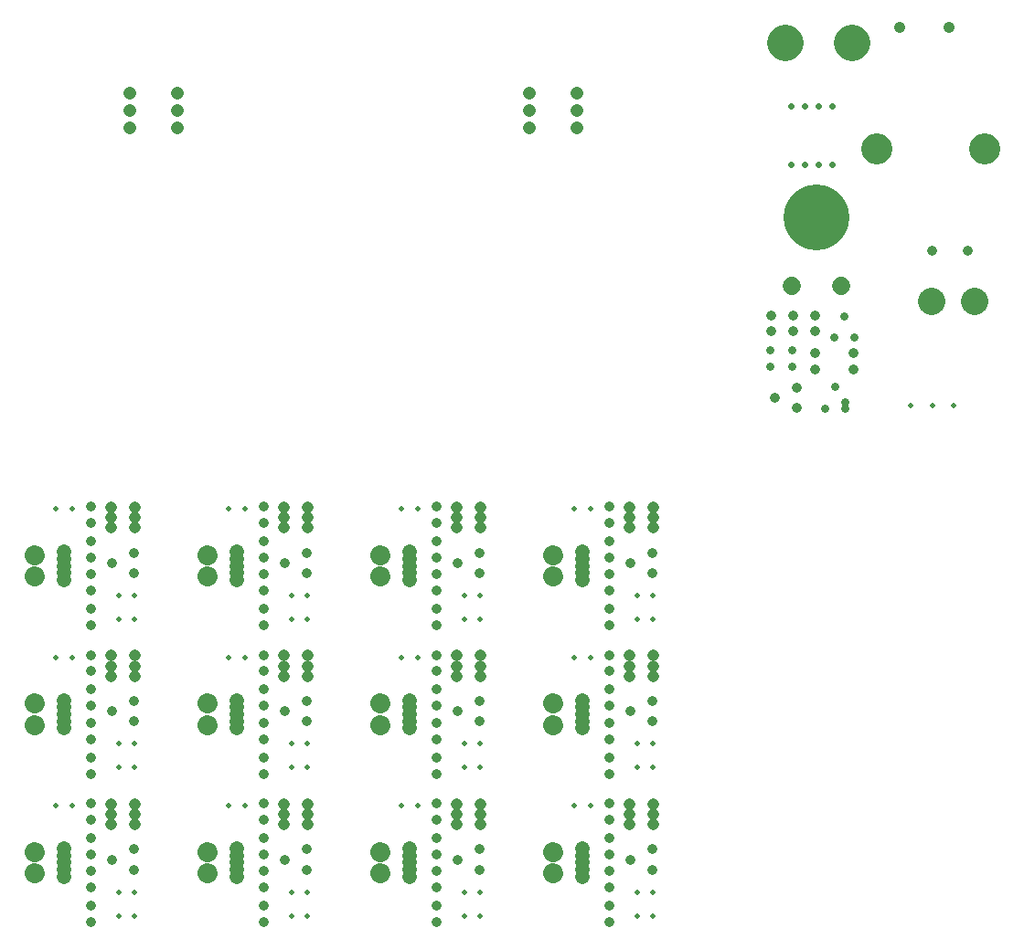
<source format=gtp>
%TF.GenerationSoftware,KiCad,Pcbnew,4.0.7*%
%TF.CreationDate,2017-11-16T22:40:33+08:00*%
%TF.ProjectId,nixie-tube-merged,6E697869652D747562652D6D65726765,rev?*%
%TF.FileFunction,Paste,Top*%
%FSLAX46Y46*%
G04 Gerber Fmt 4.6, Leading zero omitted, Abs format (unit mm)*
G04 Created by KiCad (PCBNEW 4.0.7) date 11/16/17 22:40:33*
%MOMM*%
%LPD*%
G01*
G04 APERTURE LIST*
%ADD10C,0.100000*%
%ADD11C,1.900000*%
%ADD12C,1.350000*%
%ADD13C,0.900000*%
%ADD14C,1.060000*%
%ADD15C,0.500000*%
%ADD16C,1.200000*%
%ADD17C,1.651000*%
%ADD18C,6.096000*%
%ADD19C,1.000000*%
%ADD20C,3.400000*%
%ADD21C,0.600000*%
%ADD22C,2.900000*%
%ADD23C,0.800000*%
%ADD24C,2.500000*%
%ADD25C,0.750000*%
G04 APERTURE END LIST*
D10*
D11*
X7009990Y35799980D02*
X7009990Y35799980D01*
D12*
X9709990Y37449990D02*
X9709990Y37449990D01*
X9709990Y38100000D02*
X9709990Y38100000D01*
X9709990Y35499980D02*
X9709990Y35499980D01*
X9709990Y36149990D02*
X9709990Y36149990D01*
X9709990Y36799980D02*
X9709990Y36799980D01*
D11*
X7009990Y37799980D02*
X7009990Y37799980D01*
D13*
X16140000Y36179990D02*
X16140000Y36179990D01*
X16140000Y38079980D02*
X16140000Y38079980D01*
X14139980Y37129970D02*
X14139980Y37129970D01*
D14*
X14070000Y42279980D02*
X14070000Y42279980D01*
X14070000Y41329990D02*
X14070000Y41329990D01*
X14070000Y40379980D02*
X14070000Y40379980D01*
X16270000Y40379980D02*
X16270000Y40379980D01*
X16270000Y42279980D02*
X16270000Y42279980D01*
X16270000Y41329990D02*
X16270000Y41329990D01*
D13*
X12219990Y42340000D02*
X12219990Y42340000D01*
X12219990Y40840000D02*
X12219990Y40840000D01*
X12219990Y37639980D02*
X12219990Y37639980D01*
X12219990Y39139980D02*
X12219990Y39139980D01*
D15*
X10479990Y42069990D02*
X10479990Y42069990D01*
X8979990Y42069990D02*
X8979990Y42069990D01*
D13*
X12219990Y34549990D02*
X12219990Y34549990D01*
X12219990Y36049990D02*
X12219990Y36049990D01*
X12219990Y32839990D02*
X12219990Y32839990D01*
X12219990Y31339990D02*
X12219990Y31339990D01*
D15*
X16279980Y31869990D02*
X16279980Y31869990D01*
X14779980Y31869990D02*
X14779980Y31869990D01*
X16279980Y34059980D02*
X16279980Y34059980D01*
X14779980Y34059980D02*
X14779980Y34059980D01*
D11*
X7009990Y22049990D02*
X7009990Y22049990D01*
D12*
X9709990Y23699980D02*
X9709990Y23699980D01*
X9709990Y24349990D02*
X9709990Y24349990D01*
X9709990Y21749990D02*
X9709990Y21749990D01*
X9709990Y22399980D02*
X9709990Y22399980D01*
X9709990Y23049990D02*
X9709990Y23049990D01*
D11*
X7009990Y24049990D02*
X7009990Y24049990D01*
D13*
X16140000Y22429980D02*
X16140000Y22429980D01*
X16140000Y24330000D02*
X16140000Y24330000D01*
X14139980Y23379990D02*
X14139980Y23379990D01*
D14*
X14070000Y28529990D02*
X14070000Y28529990D01*
X14070000Y27579980D02*
X14070000Y27579980D01*
X14070000Y26630000D02*
X14070000Y26630000D01*
X16270000Y26630000D02*
X16270000Y26630000D01*
X16270000Y28529990D02*
X16270000Y28529990D01*
X16270000Y27579980D02*
X16270000Y27579980D01*
D13*
X12219990Y28589990D02*
X12219990Y28589990D01*
X12219990Y27089990D02*
X12219990Y27089990D01*
X12219990Y23890000D02*
X12219990Y23890000D01*
X12219990Y25389990D02*
X12219990Y25389990D01*
D15*
X10479990Y28319980D02*
X10479990Y28319980D01*
X8979990Y28319980D02*
X8979990Y28319980D01*
D13*
X12219990Y20799980D02*
X12219990Y20799980D01*
X12219990Y22299980D02*
X12219990Y22299980D01*
X12219990Y19089980D02*
X12219990Y19089980D01*
X12219990Y17589980D02*
X12219990Y17589980D01*
D15*
X16279980Y18119980D02*
X16279980Y18119980D01*
X14779980Y18119980D02*
X14779980Y18119980D01*
X16279980Y20309990D02*
X16279980Y20309990D01*
X14779980Y20309990D02*
X14779980Y20309990D01*
D11*
X7009990Y8299980D02*
X7009990Y8299980D01*
D12*
X9709990Y9949990D02*
X9709990Y9949990D01*
X9709990Y10599980D02*
X9709990Y10599980D01*
X9709990Y7999980D02*
X9709990Y7999980D01*
X9709990Y8650000D02*
X9709990Y8650000D01*
X9709990Y9299980D02*
X9709990Y9299980D01*
D11*
X7009990Y10299980D02*
X7009990Y10299980D01*
D13*
X16140000Y8679990D02*
X16140000Y8679990D01*
X16140000Y10579990D02*
X16140000Y10579990D01*
X14139980Y9629980D02*
X14139980Y9629980D01*
D14*
X14070000Y14779980D02*
X14070000Y14779980D01*
X14070000Y13830000D02*
X14070000Y13830000D01*
X14070000Y12879980D02*
X14070000Y12879980D01*
X16270000Y12879980D02*
X16270000Y12879980D01*
X16270000Y14779980D02*
X16270000Y14779980D01*
X16270000Y13830000D02*
X16270000Y13830000D01*
D13*
X12219990Y14839980D02*
X12219990Y14839980D01*
X12219990Y13339980D02*
X12219990Y13339980D01*
X12219990Y10139980D02*
X12219990Y10139980D01*
X12219990Y11639980D02*
X12219990Y11639980D01*
D15*
X10479990Y14570000D02*
X10479990Y14570000D01*
X8979990Y14570000D02*
X8979990Y14570000D01*
D13*
X12219990Y7050000D02*
X12219990Y7050000D01*
X12219990Y8550000D02*
X12219990Y8550000D01*
X12219990Y5339990D02*
X12219990Y5339990D01*
X12219990Y3840000D02*
X12219990Y3840000D01*
D15*
X16279980Y4369990D02*
X16279980Y4369990D01*
X14779980Y4369990D02*
X14779980Y4369990D01*
X16279980Y6559980D02*
X16279980Y6559980D01*
X14779980Y6559980D02*
X14779980Y6559980D01*
D11*
X23009990Y35799980D02*
X23009990Y35799980D01*
D12*
X25709980Y37449990D02*
X25709980Y37449990D01*
X25709980Y38100000D02*
X25709980Y38100000D01*
X25709980Y35499980D02*
X25709980Y35499980D01*
X25709980Y36149990D02*
X25709980Y36149990D01*
X25709980Y36799980D02*
X25709980Y36799980D01*
D11*
X23009990Y37799980D02*
X23009990Y37799980D01*
D13*
X32139990Y36179990D02*
X32139990Y36179990D01*
X32139990Y38079980D02*
X32139990Y38079980D01*
X30140000Y37129970D02*
X30140000Y37129970D01*
D14*
X30069990Y42279980D02*
X30069990Y42279980D01*
X30069990Y41329990D02*
X30069990Y41329990D01*
X30069990Y40379980D02*
X30069990Y40379980D01*
X32269990Y40379980D02*
X32269990Y40379980D01*
X32269990Y42279980D02*
X32269990Y42279980D01*
X32269990Y41329990D02*
X32269990Y41329990D01*
D13*
X28219980Y42340000D02*
X28219980Y42340000D01*
X28219980Y40840000D02*
X28219980Y40840000D01*
X28219980Y37639980D02*
X28219980Y37639980D01*
X28219980Y39139980D02*
X28219980Y39139980D01*
D15*
X26479980Y42069990D02*
X26479980Y42069990D01*
X24979990Y42069990D02*
X24979990Y42069990D01*
D13*
X28219980Y34549990D02*
X28219980Y34549990D01*
X28219980Y36049990D02*
X28219980Y36049990D01*
X28219980Y32839990D02*
X28219980Y32839990D01*
X28219980Y31339990D02*
X28219980Y31339990D01*
D15*
X32280000Y31869990D02*
X32280000Y31869990D01*
X30780000Y31869990D02*
X30780000Y31869990D01*
X32280000Y34059980D02*
X32280000Y34059980D01*
X30780000Y34059980D02*
X30780000Y34059980D01*
D11*
X23009990Y22049990D02*
X23009990Y22049990D01*
D12*
X25709980Y23699980D02*
X25709980Y23699980D01*
X25709980Y24349990D02*
X25709980Y24349990D01*
X25709980Y21749990D02*
X25709980Y21749990D01*
X25709980Y22399980D02*
X25709980Y22399980D01*
X25709980Y23049990D02*
X25709980Y23049990D01*
D11*
X23009990Y24049990D02*
X23009990Y24049990D01*
D13*
X32139990Y22429980D02*
X32139990Y22429980D01*
X32139990Y24330000D02*
X32139990Y24330000D01*
X30140000Y23379990D02*
X30140000Y23379990D01*
D14*
X30069990Y28529990D02*
X30069990Y28529990D01*
X30069990Y27579980D02*
X30069990Y27579980D01*
X30069990Y26630000D02*
X30069990Y26630000D01*
X32269990Y26630000D02*
X32269990Y26630000D01*
X32269990Y28529990D02*
X32269990Y28529990D01*
X32269990Y27579980D02*
X32269990Y27579980D01*
D13*
X28219980Y28589990D02*
X28219980Y28589990D01*
X28219980Y27089990D02*
X28219980Y27089990D01*
X28219980Y23890000D02*
X28219980Y23890000D01*
X28219980Y25389990D02*
X28219980Y25389990D01*
D15*
X26479980Y28319980D02*
X26479980Y28319980D01*
X24979990Y28319980D02*
X24979990Y28319980D01*
D13*
X28219980Y20799980D02*
X28219980Y20799980D01*
X28219980Y22299980D02*
X28219980Y22299980D01*
X28219980Y19089980D02*
X28219980Y19089980D01*
X28219980Y17589980D02*
X28219980Y17589980D01*
D15*
X32280000Y18119980D02*
X32280000Y18119980D01*
X30780000Y18119980D02*
X30780000Y18119980D01*
X32280000Y20309990D02*
X32280000Y20309990D01*
X30780000Y20309990D02*
X30780000Y20309990D01*
D11*
X23009990Y8299980D02*
X23009990Y8299980D01*
D12*
X25709980Y9949990D02*
X25709980Y9949990D01*
X25709980Y10599980D02*
X25709980Y10599980D01*
X25709980Y7999980D02*
X25709980Y7999980D01*
X25709980Y8650000D02*
X25709980Y8650000D01*
X25709980Y9299980D02*
X25709980Y9299980D01*
D11*
X23009990Y10299980D02*
X23009990Y10299980D01*
D13*
X32139990Y8679990D02*
X32139990Y8679990D01*
X32139990Y10579990D02*
X32139990Y10579990D01*
X30140000Y9629980D02*
X30140000Y9629980D01*
D14*
X30069990Y14779980D02*
X30069990Y14779980D01*
X30069990Y13830000D02*
X30069990Y13830000D01*
X30069990Y12879980D02*
X30069990Y12879980D01*
X32269990Y12879980D02*
X32269990Y12879980D01*
X32269990Y14779980D02*
X32269990Y14779980D01*
X32269990Y13830000D02*
X32269990Y13830000D01*
D13*
X28219980Y14839980D02*
X28219980Y14839980D01*
X28219980Y13339980D02*
X28219980Y13339980D01*
X28219980Y10139980D02*
X28219980Y10139980D01*
X28219980Y11639980D02*
X28219980Y11639980D01*
D15*
X26479980Y14570000D02*
X26479980Y14570000D01*
X24979990Y14570000D02*
X24979990Y14570000D01*
D13*
X28219980Y7050000D02*
X28219980Y7050000D01*
X28219980Y8550000D02*
X28219980Y8550000D01*
X28219980Y5339990D02*
X28219980Y5339990D01*
X28219980Y3840000D02*
X28219980Y3840000D01*
D15*
X32280000Y4369990D02*
X32280000Y4369990D01*
X30780000Y4369990D02*
X30780000Y4369990D01*
X32280000Y6559980D02*
X32280000Y6559980D01*
X30780000Y6559980D02*
X30780000Y6559980D01*
D11*
X39009980Y35799980D02*
X39009980Y35799980D01*
D12*
X41709980Y37449990D02*
X41709980Y37449990D01*
X41709980Y38100000D02*
X41709980Y38100000D01*
X41709980Y35499980D02*
X41709980Y35499980D01*
X41709980Y36149990D02*
X41709980Y36149990D01*
X41709980Y36799980D02*
X41709980Y36799980D01*
D11*
X39009980Y37799980D02*
X39009980Y37799980D01*
D13*
X48139990Y36179990D02*
X48139990Y36179990D01*
X48139990Y38079980D02*
X48139990Y38079980D01*
X46139990Y37129970D02*
X46139990Y37129970D01*
D14*
X46069990Y42279980D02*
X46069990Y42279980D01*
X46069990Y41329990D02*
X46069990Y41329990D01*
X46069990Y40379980D02*
X46069990Y40379980D01*
X48269980Y40379980D02*
X48269980Y40379980D01*
X48269980Y42279980D02*
X48269980Y42279980D01*
X48269980Y41329990D02*
X48269980Y41329990D01*
D13*
X44219980Y42340000D02*
X44219980Y42340000D01*
X44219980Y40840000D02*
X44219980Y40840000D01*
X44219980Y37639980D02*
X44219980Y37639980D01*
X44219980Y39139980D02*
X44219980Y39139980D01*
D15*
X42479980Y42069990D02*
X42479980Y42069990D01*
X40979980Y42069990D02*
X40979980Y42069990D01*
D13*
X44219980Y34549990D02*
X44219980Y34549990D01*
X44219980Y36049990D02*
X44219980Y36049990D01*
X44219980Y32839990D02*
X44219980Y32839990D01*
X44219980Y31339990D02*
X44219980Y31339990D01*
D15*
X48279990Y31869990D02*
X48279990Y31869990D01*
X46779990Y31869990D02*
X46779990Y31869990D01*
X48279990Y34059980D02*
X48279990Y34059980D01*
X46779990Y34059980D02*
X46779990Y34059980D01*
D11*
X39009980Y22049990D02*
X39009980Y22049990D01*
D12*
X41709980Y23699980D02*
X41709980Y23699980D01*
X41709980Y24349990D02*
X41709980Y24349990D01*
X41709980Y21749990D02*
X41709980Y21749990D01*
X41709980Y22399980D02*
X41709980Y22399980D01*
X41709980Y23049990D02*
X41709980Y23049990D01*
D11*
X39009980Y24049990D02*
X39009980Y24049990D01*
D13*
X48139990Y22429980D02*
X48139990Y22429980D01*
X48139990Y24330000D02*
X48139990Y24330000D01*
X46139990Y23379990D02*
X46139990Y23379990D01*
D14*
X46069990Y28529990D02*
X46069990Y28529990D01*
X46069990Y27579980D02*
X46069990Y27579980D01*
X46069990Y26630000D02*
X46069990Y26630000D01*
X48269980Y26630000D02*
X48269980Y26630000D01*
X48269980Y28529990D02*
X48269980Y28529990D01*
X48269980Y27579980D02*
X48269980Y27579980D01*
D13*
X44219980Y28589990D02*
X44219980Y28589990D01*
X44219980Y27089990D02*
X44219980Y27089990D01*
X44219980Y23890000D02*
X44219980Y23890000D01*
X44219980Y25389990D02*
X44219980Y25389990D01*
D15*
X42479980Y28319980D02*
X42479980Y28319980D01*
X40979980Y28319980D02*
X40979980Y28319980D01*
D13*
X44219980Y20799980D02*
X44219980Y20799980D01*
X44219980Y22299980D02*
X44219980Y22299980D01*
X44219980Y19089980D02*
X44219980Y19089980D01*
X44219980Y17589980D02*
X44219980Y17589980D01*
D15*
X48279990Y18119980D02*
X48279990Y18119980D01*
X46779990Y18119980D02*
X46779990Y18119980D01*
X48279990Y20309990D02*
X48279990Y20309990D01*
X46779990Y20309990D02*
X46779990Y20309990D01*
D11*
X39009980Y8299980D02*
X39009980Y8299980D01*
D12*
X41709980Y9949990D02*
X41709980Y9949990D01*
X41709980Y10599980D02*
X41709980Y10599980D01*
X41709980Y7999980D02*
X41709980Y7999980D01*
X41709980Y8650000D02*
X41709980Y8650000D01*
X41709980Y9299980D02*
X41709980Y9299980D01*
D11*
X39009980Y10299980D02*
X39009980Y10299980D01*
D13*
X48139990Y8679990D02*
X48139990Y8679990D01*
X48139990Y10579990D02*
X48139990Y10579990D01*
X46139990Y9629980D02*
X46139990Y9629980D01*
D14*
X46069990Y14779980D02*
X46069990Y14779980D01*
X46069990Y13830000D02*
X46069990Y13830000D01*
X46069990Y12879980D02*
X46069990Y12879980D01*
X48269980Y12879980D02*
X48269980Y12879980D01*
X48269980Y14779980D02*
X48269980Y14779980D01*
X48269980Y13830000D02*
X48269980Y13830000D01*
D13*
X44219980Y14839980D02*
X44219980Y14839980D01*
X44219980Y13339980D02*
X44219980Y13339980D01*
X44219980Y10139980D02*
X44219980Y10139980D01*
X44219980Y11639980D02*
X44219980Y11639980D01*
D15*
X42479980Y14570000D02*
X42479980Y14570000D01*
X40979980Y14570000D02*
X40979980Y14570000D01*
D13*
X44219980Y7050000D02*
X44219980Y7050000D01*
X44219980Y8550000D02*
X44219980Y8550000D01*
X44219980Y5339990D02*
X44219980Y5339990D01*
X44219980Y3840000D02*
X44219980Y3840000D01*
D15*
X48279990Y4369990D02*
X48279990Y4369990D01*
X46779990Y4369990D02*
X46779990Y4369990D01*
X48279990Y6559980D02*
X48279990Y6559980D01*
X46779990Y6559980D02*
X46779990Y6559980D01*
D11*
X55010000Y35799980D02*
X55010000Y35799980D01*
D12*
X57709990Y37449990D02*
X57709990Y37449990D01*
X57709990Y38100000D02*
X57709990Y38100000D01*
X57709990Y35499980D02*
X57709990Y35499980D01*
X57709990Y36149990D02*
X57709990Y36149990D01*
X57709990Y36799980D02*
X57709990Y36799980D01*
D11*
X55010000Y37799980D02*
X55010000Y37799980D01*
D13*
X64139980Y36179990D02*
X64139980Y36179990D01*
X64139980Y38079980D02*
X64139980Y38079980D01*
X62139980Y37129970D02*
X62139980Y37129970D01*
D14*
X62069980Y42279980D02*
X62069980Y42279980D01*
X62069980Y41329990D02*
X62069980Y41329990D01*
X62069980Y40379980D02*
X62069980Y40379980D01*
X64269980Y40379980D02*
X64269980Y40379980D01*
X64269980Y42279980D02*
X64269980Y42279980D01*
X64269980Y41329990D02*
X64269980Y41329990D01*
D13*
X60220000Y42340000D02*
X60220000Y42340000D01*
X60220000Y40840000D02*
X60220000Y40840000D01*
X60220000Y37639980D02*
X60220000Y37639980D01*
X60220000Y39139980D02*
X60220000Y39139980D01*
D15*
X58479990Y42069990D02*
X58479990Y42069990D01*
X56980000Y42069990D02*
X56980000Y42069990D01*
D13*
X60220000Y34549990D02*
X60220000Y34549990D01*
X60220000Y36049990D02*
X60220000Y36049990D01*
X60220000Y32839990D02*
X60220000Y32839990D01*
X60220000Y31339990D02*
X60220000Y31339990D01*
D15*
X64279980Y31869990D02*
X64279980Y31869990D01*
X62779990Y31869990D02*
X62779990Y31869990D01*
X64279980Y34059980D02*
X64279980Y34059980D01*
X62779990Y34059980D02*
X62779990Y34059980D01*
D11*
X55010000Y22049990D02*
X55010000Y22049990D01*
D12*
X57709990Y23699980D02*
X57709990Y23699980D01*
X57709990Y24349990D02*
X57709990Y24349990D01*
X57709990Y21749990D02*
X57709990Y21749990D01*
X57709990Y22399980D02*
X57709990Y22399980D01*
X57709990Y23049990D02*
X57709990Y23049990D01*
D11*
X55010000Y24049990D02*
X55010000Y24049990D01*
D13*
X64139980Y22429980D02*
X64139980Y22429980D01*
X64139980Y24330000D02*
X64139980Y24330000D01*
X62139980Y23379990D02*
X62139980Y23379990D01*
D14*
X62069980Y28529990D02*
X62069980Y28529990D01*
X62069980Y27579980D02*
X62069980Y27579980D01*
X62069980Y26630000D02*
X62069980Y26630000D01*
X64269980Y26630000D02*
X64269980Y26630000D01*
X64269980Y28529990D02*
X64269980Y28529990D01*
X64269980Y27579980D02*
X64269980Y27579980D01*
D13*
X60220000Y28589990D02*
X60220000Y28589990D01*
X60220000Y27089990D02*
X60220000Y27089990D01*
X60220000Y23890000D02*
X60220000Y23890000D01*
X60220000Y25389990D02*
X60220000Y25389990D01*
D15*
X58479990Y28319980D02*
X58479990Y28319980D01*
X56980000Y28319980D02*
X56980000Y28319980D01*
D13*
X60220000Y20799980D02*
X60220000Y20799980D01*
X60220000Y22299980D02*
X60220000Y22299980D01*
X60220000Y19089980D02*
X60220000Y19089980D01*
X60220000Y17589980D02*
X60220000Y17589980D01*
D15*
X64279980Y18119980D02*
X64279980Y18119980D01*
X62779990Y18119980D02*
X62779990Y18119980D01*
X64279980Y20309990D02*
X64279980Y20309990D01*
X62779990Y20309990D02*
X62779990Y20309990D01*
D11*
X55010000Y8299980D02*
X55010000Y8299980D01*
D12*
X57709990Y9949990D02*
X57709990Y9949990D01*
X57709990Y10599980D02*
X57709990Y10599980D01*
X57709990Y7999980D02*
X57709990Y7999980D01*
X57709990Y8650000D02*
X57709990Y8650000D01*
X57709990Y9299980D02*
X57709990Y9299980D01*
D11*
X55010000Y10299980D02*
X55010000Y10299980D01*
D13*
X64139980Y8679990D02*
X64139980Y8679990D01*
X64139980Y10579990D02*
X64139980Y10579990D01*
X62139980Y9629980D02*
X62139980Y9629980D01*
D14*
X62069980Y14779980D02*
X62069980Y14779980D01*
X62069980Y13830000D02*
X62069980Y13830000D01*
X62069980Y12879980D02*
X62069980Y12879980D01*
X64269980Y12879980D02*
X64269980Y12879980D01*
X64269980Y14779980D02*
X64269980Y14779980D01*
X64269980Y13830000D02*
X64269980Y13830000D01*
D13*
X60220000Y14839980D02*
X60220000Y14839980D01*
X60220000Y13339980D02*
X60220000Y13339980D01*
X60220000Y10139980D02*
X60220000Y10139980D01*
X60220000Y11639980D02*
X60220000Y11639980D01*
D15*
X58479990Y14570000D02*
X58479990Y14570000D01*
X56980000Y14570000D02*
X56980000Y14570000D01*
D13*
X60220000Y7050000D02*
X60220000Y7050000D01*
X60220000Y8550000D02*
X60220000Y8550000D01*
X60220000Y5339990D02*
X60220000Y5339990D01*
X60220000Y3840000D02*
X60220000Y3840000D01*
D15*
X64279980Y4369990D02*
X64279980Y4369990D01*
X62779990Y4369990D02*
X62779990Y4369990D01*
X64279980Y6559980D02*
X64279980Y6559980D01*
X62779990Y6559980D02*
X62779990Y6559980D01*
D16*
X20250000Y80649980D02*
X20250000Y80649980D01*
X20250000Y79049980D02*
X20250000Y79049980D01*
X15849980Y80649980D02*
X15849980Y80649980D01*
X15849980Y79049980D02*
X15849980Y79049980D01*
X15849980Y77449980D02*
X15849980Y77449980D01*
X20250000Y77449980D02*
X20250000Y77449980D01*
X57250000Y80649980D02*
X57250000Y80649980D01*
X57250000Y79049980D02*
X57250000Y79049980D01*
X52849980Y80649980D02*
X52849980Y80649980D01*
X52849980Y79049980D02*
X52849980Y79049980D01*
X52849980Y77449980D02*
X52849980Y77449980D01*
X57250000Y77449980D02*
X57250000Y77449980D01*
D17*
X77127990Y62799980D02*
X77127990Y62799980D01*
D18*
X79413990Y69149980D02*
X79413990Y69149980D01*
D17*
X81699990Y62799980D02*
X81699990Y62799980D01*
D19*
X87149990Y86699980D02*
X87149990Y86699980D01*
X91649980Y86699980D02*
X91649980Y86699980D01*
D20*
X76519990Y85299980D02*
X76519990Y85299980D01*
X82719980Y85299980D02*
X82719980Y85299980D01*
D15*
X90130000Y51689990D02*
X90130000Y51689990D01*
X92129990Y51689990D02*
X92129990Y51689990D01*
X88130000Y51689990D02*
X88130000Y51689990D01*
D21*
X76994990Y74049990D02*
X76994990Y74049990D01*
X78264990Y74049990D02*
X78264990Y74049990D01*
X79534990Y74049990D02*
X79534990Y74049990D01*
X80804990Y74049990D02*
X80804990Y74049990D01*
X80804990Y79449980D02*
X80804990Y79449980D01*
X79534990Y79449980D02*
X79534990Y79449980D01*
X78264990Y79449980D02*
X78264990Y79449980D01*
X76994990Y79449980D02*
X76994990Y79449980D01*
D22*
X94959980Y75449990D02*
X94959980Y75449990D01*
X84999980Y75449990D02*
X84999980Y75449990D01*
D23*
X80999990Y57999990D02*
X80999990Y57999990D01*
X82899990Y57999990D02*
X82899990Y57999990D01*
X81949980Y59999980D02*
X81949980Y59999980D01*
D13*
X90049990Y66099990D02*
X90049990Y66099990D01*
X93349980Y66099990D02*
X93349980Y66099990D01*
D24*
X90049990Y61299980D02*
X90049990Y61299980D01*
X94049980Y61299980D02*
X94049980Y61299980D01*
D25*
X77149990Y55299990D02*
X77149990Y55299990D01*
X77149990Y56799990D02*
X77149990Y56799990D01*
X75099980Y55349980D02*
X75099980Y55349980D01*
X75099980Y56849980D02*
X75099980Y56849980D01*
D13*
X75199980Y60074990D02*
X75199980Y60074990D01*
X75199980Y58574990D02*
X75199980Y58574990D01*
X79199990Y58574990D02*
X79199990Y58574990D01*
X79199990Y60074990D02*
X79199990Y60074990D01*
X77200000Y60074990D02*
X77200000Y60074990D01*
X77200000Y58574990D02*
X77200000Y58574990D01*
X77549980Y51500000D02*
X77549980Y51500000D01*
X77549980Y53399990D02*
X77549980Y53399990D01*
X75549990Y52449980D02*
X75549990Y52449980D01*
X79199990Y55049980D02*
X79199990Y55049980D01*
X79199990Y56549980D02*
X79199990Y56549980D01*
X82799990Y56549980D02*
X82799990Y56549980D01*
X82799990Y55049980D02*
X82799990Y55049980D01*
D23*
X80149980Y51449990D02*
X80149980Y51449990D01*
X82049980Y51449990D02*
X82049980Y51449990D01*
X81099990Y53449980D02*
X81099990Y53449980D01*
X82049980Y52000000D02*
X82049980Y52000000D01*
M02*

</source>
